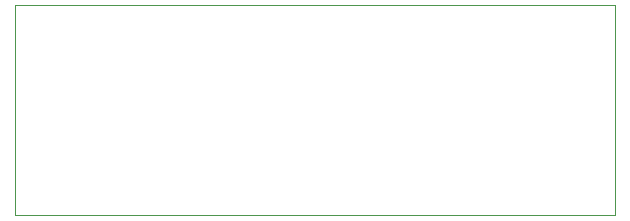
<source format=gbr>
%TF.GenerationSoftware,KiCad,Pcbnew,9.0.2*%
%TF.CreationDate,2025-06-23T15:22:55-04:00*%
%TF.ProjectId,Pro600_CPU_Upgrade,50726f36-3030-45f4-9350-555f55706772,rev?*%
%TF.SameCoordinates,Original*%
%TF.FileFunction,Profile,NP*%
%FSLAX46Y46*%
G04 Gerber Fmt 4.6, Leading zero omitted, Abs format (unit mm)*
G04 Created by KiCad (PCBNEW 9.0.2) date 2025-06-23 15:22:55*
%MOMM*%
%LPD*%
G01*
G04 APERTURE LIST*
%TA.AperFunction,Profile*%
%ADD10C,0.050000*%
%TD*%
G04 APERTURE END LIST*
D10*
X50800000Y-25400000D02*
X101600000Y-25400000D01*
X101600000Y-43180000D01*
X50800000Y-43180000D01*
X50800000Y-25400000D01*
M02*

</source>
